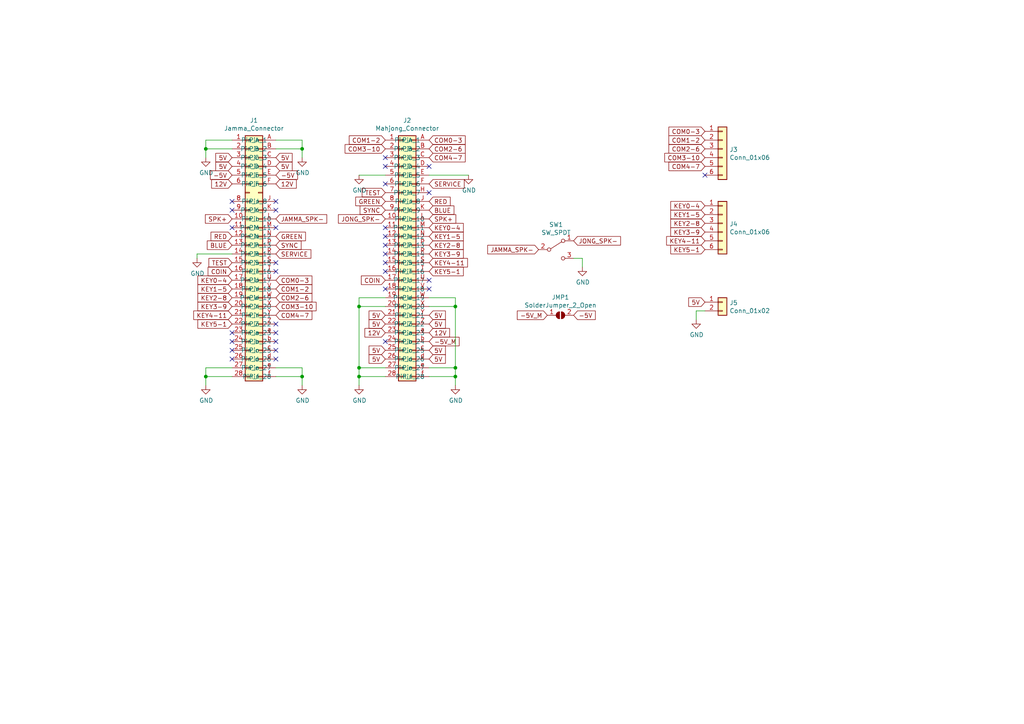
<source format=kicad_sch>
(kicad_sch (version 20211123) (generator eeschema)
  (paper "A4")
  (lib_symbols
    (symbol "Connector_Generic:Conn_01x02" (pin_names (offset 1.016) hide)
      (property "Reference" "J" (at 0 2.54 0))
      (property "Value" "Conn_01x02" (at 0 -5.08 0))
      (symbol "Conn_01x02_1_1"
        (rectangle (start -1.27 -2.413) (end 0 -2.667) (stroke (width 0.1524)))
        (rectangle (start -1.27 0.127) (end 0 -0.127) (stroke (width 0.1524)))
        (rectangle (start -1.27 1.27) (end 1.27 -3.81) (stroke (width 0.254)) (fill (type background)))
        (pin passive line (at -5.08 0 0) (length 3.81) (name "Pin_1") (number "1"))
        (pin passive line (at -5.08 -2.54 0) (length 3.81) (name "Pin_2") (number "2"))
      )
    )
    (symbol "Connector_Generic:Conn_01x06" (pin_names (offset 1.016) hide)
      (property "Reference" "J" (at 0 7.62 0))
      (property "Value" "Conn_01x06" (at 0 -10.16 0))
      (symbol "Conn_01x06_1_1"
        (rectangle (start -1.27 -7.493) (end 0 -7.747) (stroke (width 0.1524)))
        (rectangle (start -1.27 -4.953) (end 0 -5.207) (stroke (width 0.1524)))
        (rectangle (start -1.27 -2.413) (end 0 -2.667) (stroke (width 0.1524)))
        (rectangle (start -1.27 0.127) (end 0 -0.127) (stroke (width 0.1524)))
        (rectangle (start -1.27 2.667) (end 0 2.413) (stroke (width 0.1524)))
        (rectangle (start -1.27 5.207) (end 0 4.953) (stroke (width 0.1524)))
        (rectangle (start -1.27 6.35) (end 1.27 -8.89) (stroke (width 0.254)) (fill (type background)))
        (pin passive line (at -5.08 5.08 0) (length 3.81) (name "Pin_1") (number "1"))
        (pin passive line (at -5.08 2.54 0) (length 3.81) (name "Pin_2") (number "2"))
        (pin passive line (at -5.08 0 0) (length 3.81) (name "Pin_3") (number "3"))
        (pin passive line (at -5.08 -2.54 0) (length 3.81) (name "Pin_4") (number "4"))
        (pin passive line (at -5.08 -5.08 0) (length 3.81) (name "Pin_5") (number "5"))
        (pin passive line (at -5.08 -7.62 0) (length 3.81) (name "Pin_6") (number "6"))
      )
    )
    (symbol "Jumper:SolderJumper_2_Open" (pin_names (offset 0) hide)
      (property "Reference" "JP" (at 0 2.032 0))
      (property "Value" "SolderJumper_2_Open" (at 0 -2.54 0))
      (symbol "SolderJumper_2_Open_0_1"
        (arc (start -0.254 1.016) (mid -1.27 0) (end -0.254 -1.016))
        (arc (start -0.254 1.016) (mid -1.27 0) (end -0.254 -1.016) (fill (type outline)))
        (polyline (pts (xy -0.254 1.016) (xy -0.254 -1.016)))
        (polyline (pts (xy 0.254 1.016) (xy 0.254 -1.016)))
        (arc (start 0.254 -1.016) (mid 1.27 0) (end 0.254 1.016))
        (arc (start 0.254 -1.016) (mid 1.27 0) (end 0.254 1.016) (fill (type outline)))
      )
      (symbol "SolderJumper_2_Open_1_1"
        (pin passive line (at -3.81 0 0) (length 2.54) (name "A") (number "1"))
        (pin passive line (at 3.81 0 180) (length 2.54) (name "B") (number "2"))
      )
    )
    (symbol "Switch:SW_SPDT" (pin_names (offset 0) hide)
      (property "Reference" "SW" (at 0 4.318 0))
      (property "Value" "SW_SPDT" (at 0 -5.08 0))
      (symbol "SW_SPDT_0_0"
        (circle (center -2.032 0) (radius 0.508))
        (circle (center 2.032 -2.54) (radius 0.508))
      )
      (symbol "SW_SPDT_0_1"
        (polyline (pts (xy -1.524 0.254) (xy 1.651 2.286)))
        (circle (center 2.032 2.54) (radius 0.508))
      )
      (symbol "SW_SPDT_1_1"
        (pin passive line (at 5.08 2.54 180) (length 2.54) (name "A") (number "1"))
        (pin passive line (at -5.08 0 0) (length 2.54) (name "B") (number "2"))
        (pin passive line (at 5.08 -2.54 180) (length 2.54) (name "C") (number "3"))
      )
    )
    (symbol "jamma:Jamma_Connector" (pin_names (offset 1.016))
      (property "Reference" "J" (at 0 39.37 0))
      (property "Value" "Jamma_Connector" (at 0.635 37.465 0))
      (symbol "Jamma_Connector_1_1"
        (rectangle (start -2.54 -34.163) (end -1.27 -34.417) (stroke (width 0.1524)))
        (rectangle (start -2.54 -31.623) (end -1.27 -31.877) (stroke (width 0.1524)))
        (rectangle (start -2.54 -29.083) (end -1.27 -29.337) (stroke (width 0.1524)))
        (rectangle (start -2.54 -26.543) (end -1.27 -26.797) (stroke (width 0.1524)))
        (rectangle (start -2.54 -24.003) (end -1.27 -24.257) (stroke (width 0.1524)))
        (rectangle (start -2.54 -21.463) (end -1.27 -21.717) (stroke (width 0.1524)))
        (rectangle (start -2.54 -18.923) (end -1.27 -19.177) (stroke (width 0.1524)))
        (rectangle (start -2.54 -16.383) (end -1.27 -16.637) (stroke (width 0.1524)))
        (rectangle (start -2.54 -13.843) (end -1.27 -14.097) (stroke (width 0.1524)))
        (rectangle (start -2.54 -11.303) (end -1.27 -11.557) (stroke (width 0.1524)))
        (rectangle (start -2.54 -8.763) (end -1.27 -9.017) (stroke (width 0.1524)))
        (rectangle (start -2.54 -6.223) (end -1.27 -6.477) (stroke (width 0.1524)))
        (rectangle (start -2.54 -3.683) (end -1.27 -3.937) (stroke (width 0.1524)))
        (rectangle (start -2.54 -1.143) (end -1.27 -1.397) (stroke (width 0.1524)))
        (rectangle (start -2.54 1.397) (end -1.27 1.143) (stroke (width 0.1524)))
        (rectangle (start -2.54 3.937) (end -1.27 3.683) (stroke (width 0.1524)))
        (rectangle (start -2.54 6.477) (end -1.27 6.223) (stroke (width 0.1524)))
        (rectangle (start -2.54 9.017) (end -1.27 8.763) (stroke (width 0.1524)))
        (rectangle (start -2.54 11.557) (end -1.27 11.303) (stroke (width 0.1524)))
        (rectangle (start -2.54 14.097) (end -1.27 13.843) (stroke (width 0.1524)))
        (rectangle (start -2.54 16.637) (end -1.27 16.383) (stroke (width 0.1524)))
        (rectangle (start -2.54 19.177) (end -1.27 18.923) (stroke (width 0.1524)))
        (rectangle (start -2.54 21.717) (end -1.27 21.463) (stroke (width 0.1524)))
        (rectangle (start -2.54 24.257) (end -1.27 24.003) (stroke (width 0.1524)))
        (rectangle (start -2.54 26.797) (end -1.27 26.543) (stroke (width 0.1524)))
        (rectangle (start -2.54 29.337) (end -1.27 29.083) (stroke (width 0.1524)))
        (rectangle (start -2.54 31.877) (end -1.27 31.623) (stroke (width 0.1524)))
        (rectangle (start -2.54 34.417) (end -1.27 34.163) (stroke (width 0.1524)))
        (rectangle (start -2.54 35.56) (end 2.54 -35.56) (stroke (width 0.254)) (fill (type background)))
        (rectangle (start 2.54 -34.163) (end 1.27 -34.417) (stroke (width 0.1524)))
        (rectangle (start 2.54 -31.623) (end 1.27 -31.877) (stroke (width 0.1524)))
        (rectangle (start 2.54 -29.083) (end 1.27 -29.337) (stroke (width 0.1524)))
        (rectangle (start 2.54 -26.543) (end 1.27 -26.797) (stroke (width 0.1524)))
        (rectangle (start 2.54 -24.003) (end 1.27 -24.257) (stroke (width 0.1524)))
        (rectangle (start 2.54 -21.463) (end 1.27 -21.717) (stroke (width 0.1524)))
        (rectangle (start 2.54 -18.923) (end 1.27 -19.177) (stroke (width 0.1524)))
        (rectangle (start 2.54 -16.383) (end 1.27 -16.637) (stroke (width 0.1524)))
        (rectangle (start 2.54 -13.843) (end 1.27 -14.097) (stroke (width 0.1524)))
        (rectangle (start 2.54 -11.303) (end 1.27 -11.557) (stroke (width 0.1524)))
        (rectangle (start 2.54 -8.763) (end 1.27 -9.017) (stroke (width 0.1524)))
        (rectangle (start 2.54 -6.223) (end 1.27 -6.477) (stroke (width 0.1524)))
        (rectangle (start 2.54 -3.683) (end 1.27 -3.937) (stroke (width 0.1524)))
        (rectangle (start 2.54 -1.143) (end 1.27 -1.397) (stroke (width 0.1524)))
        (rectangle (start 2.54 1.397) (end 1.27 1.143) (stroke (width 0.1524)))
        (rectangle (start 2.54 3.937) (end 1.27 3.683) (stroke (width 0.1524)))
        (rectangle (start 2.54 6.477) (end 1.27 6.223) (stroke (width 0.1524)))
        (rectangle (start 2.54 9.017) (end 1.27 8.763) (stroke (width 0.1524)))
        (rectangle (start 2.54 11.557) (end 1.27 11.303) (stroke (width 0.1524)))
        (rectangle (start 2.54 14.097) (end 1.27 13.843) (stroke (width 0.1524)))
        (rectangle (start 2.54 16.637) (end 1.27 16.383) (stroke (width 0.1524)))
        (rectangle (start 2.54 19.177) (end 1.27 18.923) (stroke (width 0.1524)))
        (rectangle (start 2.54 21.717) (end 1.27 21.463) (stroke (width 0.1524)))
        (rectangle (start 2.54 24.257) (end 1.27 24.003) (stroke (width 0.1524)))
        (rectangle (start 2.54 26.797) (end 1.27 26.543) (stroke (width 0.1524)))
        (rectangle (start 2.54 29.337) (end 1.27 29.083) (stroke (width 0.1524)))
        (rectangle (start 2.54 31.877) (end 1.27 31.623) (stroke (width 0.1524)))
        (rectangle (start 2.54 34.417) (end 1.27 34.163) (stroke (width 0.1524)))
        (pin passive line (at -6.35 34.29 0) (length 3.81) (name "Pin_1") (number "1"))
        (pin passive line (at -6.35 11.43 0) (length 3.81) (name "Pin_10") (number "10"))
        (pin passive line (at -6.35 8.89 0) (length 3.81) (name "Pin_11") (number "11"))
        (pin passive line (at -6.35 6.35 0) (length 3.81) (name "Pin_12") (number "12"))
        (pin passive line (at -6.35 3.81 0) (length 3.81) (name "Pin_13") (number "13"))
        (pin passive line (at -6.35 1.27 0) (length 3.81) (name "Pin_14") (number "14"))
        (pin passive line (at -6.35 -1.27 0) (length 3.81) (name "Pin_15") (number "15"))
        (pin passive line (at -6.35 -3.81 0) (length 3.81) (name "Pin_16") (number "16"))
        (pin passive line (at -6.35 -6.35 0) (length 3.81) (name "Pin_17") (number "17"))
        (pin passive line (at -6.35 -8.89 0) (length 3.81) (name "Pin_18") (number "18"))
        (pin passive line (at -6.35 -11.43 0) (length 3.81) (name "Pin_19") (number "19"))
        (pin passive line (at -6.35 31.75 0) (length 3.81) (name "Pin_2") (number "2"))
        (pin passive line (at -6.35 -13.97 0) (length 3.81) (name "Pin_20") (number "20"))
        (pin passive line (at -6.35 -16.51 0) (length 3.81) (name "Pin_21") (number "21"))
        (pin passive line (at -6.35 -19.05 0) (length 3.81) (name "Pin_22") (number "22"))
        (pin passive line (at -6.35 -21.59 0) (length 3.81) (name "Pin_23") (number "23"))
        (pin passive line (at -6.35 -24.13 0) (length 3.81) (name "Pin_24") (number "24"))
        (pin passive line (at -6.35 -26.67 0) (length 3.81) (name "Pin_25") (number "25"))
        (pin passive line (at -6.35 -29.21 0) (length 3.81) (name "Pin_26") (number "26"))
        (pin passive line (at -6.35 -31.75 0) (length 3.81) (name "Pin_27") (number "27"))
        (pin passive line (at -6.35 -34.29 0) (length 3.81) (name "Pin_28") (number "28"))
        (pin passive line (at -6.35 29.21 0) (length 3.81) (name "Pin_3") (number "3"))
        (pin passive line (at -6.35 26.67 0) (length 3.81) (name "Pin_4") (number "4"))
        (pin passive line (at -6.35 24.13 0) (length 3.81) (name "Pin_5") (number "5"))
        (pin passive line (at -6.35 21.59 0) (length 3.81) (name "Pin_6") (number "6"))
        (pin passive line (at -6.35 16.51 0) (length 3.81) (name "Pin_8") (number "8"))
        (pin passive line (at -6.35 13.97 0) (length 3.81) (name "Pin_9") (number "9"))
        (pin passive line (at 6.35 34.29 180) (length 3.81) (name "Pin_A") (number "A"))
        (pin passive line (at 6.35 31.75 180) (length 3.81) (name "Pin_B") (number "B"))
        (pin passive line (at 6.35 29.21 180) (length 3.81) (name "Pin_C") (number "C"))
        (pin passive line (at 6.35 26.67 180) (length 3.81) (name "Pin_D") (number "D"))
        (pin passive line (at 6.35 24.13 180) (length 3.81) (name "Pin_E") (number "E"))
        (pin passive line (at 6.35 21.59 180) (length 3.81) (name "Pin_F") (number "F"))
        (pin passive line (at 6.35 16.51 180) (length 3.81) (name "Pin_J") (number "J"))
        (pin passive line (at 6.35 13.97 180) (length 3.81) (name "Pin_K") (number "K"))
        (pin passive line (at 6.35 11.43 180) (length 3.81) (name "Pin_L") (number "L"))
        (pin passive line (at 6.35 8.89 180) (length 3.81) (name "Pin_M") (number "M"))
        (pin passive line (at 6.35 6.35 180) (length 3.81) (name "Pin_N") (number "N"))
        (pin passive line (at 6.35 3.81 180) (length 3.81) (name "Pin_P") (number "P"))
        (pin passive line (at 6.35 1.27 180) (length 3.81) (name "Pin_R") (number "R"))
        (pin passive line (at 6.35 -1.27 180) (length 3.81) (name "Pin_S") (number "S"))
        (pin passive line (at 6.35 -3.81 180) (length 3.81) (name "Pin_T") (number "T"))
        (pin passive line (at 6.35 -6.35 180) (length 3.81) (name "Pin_U") (number "U"))
        (pin passive line (at 6.35 -8.89 180) (length 3.81) (name "Pin_V") (number "V"))
        (pin passive line (at 6.35 -11.43 180) (length 3.81) (name "Pin_W") (number "W"))
        (pin passive line (at 6.35 -13.97 180) (length 3.81) (name "Pin_X") (number "X"))
        (pin passive line (at 6.35 -16.51 180) (length 3.81) (name "Pin_Y") (number "Y"))
        (pin passive line (at 6.35 -19.05 180) (length 3.81) (name "Pin_Z") (number "Z"))
        (pin passive line (at 6.35 -21.59 180) (length 3.81) (name "Pin_a") (number "a"))
        (pin passive line (at 6.35 -24.13 180) (length 3.81) (name "Pin_b") (number "b"))
        (pin passive line (at 6.35 -26.67 180) (length 3.81) (name "Pin_c") (number "c"))
        (pin passive line (at 6.35 -29.21 180) (length 3.81) (name "Pin_d") (number "d"))
        (pin passive line (at 6.35 -31.75 180) (length 3.81) (name "Pin_e") (number "e"))
        (pin passive line (at 6.35 -34.29 180) (length 3.81) (name "Pin_f") (number "f"))
      )
    )
    (symbol "jamma:Mahjong_Connector" (pin_names (offset 1.016))
      (property "Reference" "J" (at 0 39.37 0))
      (property "Value" "Mahjong_Connector" (at 0.635 37.465 0))
      (symbol "Mahjong_Connector_1_1"
        (rectangle (start -2.54 -34.163) (end -1.27 -34.417) (stroke (width 0.1524)))
        (rectangle (start -2.54 -31.623) (end -1.27 -31.877) (stroke (width 0.1524)))
        (rectangle (start -2.54 -29.083) (end -1.27 -29.337) (stroke (width 0.1524)))
        (rectangle (start -2.54 -26.543) (end -1.27 -26.797) (stroke (width 0.1524)))
        (rectangle (start -2.54 -24.003) (end -1.27 -24.257) (stroke (width 0.1524)))
        (rectangle (start -2.54 -21.463) (end -1.27 -21.717) (stroke (width 0.1524)))
        (rectangle (start -2.54 -18.923) (end -1.27 -19.177) (stroke (width 0.1524)))
        (rectangle (start -2.54 -16.383) (end -1.27 -16.637) (stroke (width 0.1524)))
        (rectangle (start -2.54 -13.843) (end -1.27 -14.097) (stroke (width 0.1524)))
        (rectangle (start -2.54 -11.303) (end -1.27 -11.557) (stroke (width 0.1524)))
        (rectangle (start -2.54 -8.763) (end -1.27 -9.017) (stroke (width 0.1524)))
        (rectangle (start -2.54 -6.223) (end -1.27 -6.477) (stroke (width 0.1524)))
        (rectangle (start -2.54 -3.683) (end -1.27 -3.937) (stroke (width 0.1524)))
        (rectangle (start -2.54 -1.143) (end -1.27 -1.397) (stroke (width 0.1524)))
        (rectangle (start -2.54 1.397) (end -1.27 1.143) (stroke (width 0.1524)))
        (rectangle (start -2.54 3.937) (end -1.27 3.683) (stroke (width 0.1524)))
        (rectangle (start -2.54 6.477) (end -1.27 6.223) (stroke (width 0.1524)))
        (rectangle (start -2.54 9.017) (end -1.27 8.763) (stroke (width 0.1524)))
        (rectangle (start -2.54 11.557) (end -1.27 11.303) (stroke (width 0.1524)))
        (rectangle (start -2.54 14.097) (end -1.27 13.843) (stroke (width 0.1524)))
        (rectangle (start -2.54 16.637) (end -1.27 16.383) (stroke (width 0.1524)))
        (rectangle (start -2.54 19.177) (end -1.27 18.923) (stroke (width 0.1524)))
        (rectangle (start -2.54 21.717) (end -1.27 21.463) (stroke (width 0.1524)))
        (rectangle (start -2.54 24.257) (end -1.27 24.003) (stroke (width 0.1524)))
        (rectangle (start -2.54 26.797) (end -1.27 26.543) (stroke (width 0.1524)))
        (rectangle (start -2.54 29.337) (end -1.27 29.083) (stroke (width 0.1524)))
        (rectangle (start -2.54 31.877) (end -1.27 31.623) (stroke (width 0.1524)))
        (rectangle (start -2.54 34.417) (end -1.27 34.163) (stroke (width 0.1524)))
        (rectangle (start -2.54 35.56) (end 2.54 -35.56) (stroke (width 0.254)) (fill (type background)))
        (rectangle (start 2.54 -34.163) (end 1.27 -34.417) (stroke (width 0.1524)))
        (rectangle (start 2.54 -31.623) (end 1.27 -31.877) (stroke (width 0.1524)))
        (rectangle (start 2.54 -29.083) (end 1.27 -29.337) (stroke (width 0.1524)))
        (rectangle (start 2.54 -26.543) (end 1.27 -26.797) (stroke (width 0.1524)))
        (rectangle (start 2.54 -24.003) (end 1.27 -24.257) (stroke (width 0.1524)))
        (rectangle (start 2.54 -21.463) (end 1.27 -21.717) (stroke (width 0.1524)))
        (rectangle (start 2.54 -18.923) (end 1.27 -19.177) (stroke (width 0.1524)))
        (rectangle (start 2.54 -16.383) (end 1.27 -16.637) (stroke (width 0.1524)))
        (rectangle (start 2.54 -13.843) (end 1.27 -14.097) (stroke (width 0.1524)))
        (rectangle (start 2.54 -11.303) (end 1.27 -11.557) (stroke (width 0.1524)))
        (rectangle (start 2.54 -8.763) (end 1.27 -9.017) (stroke (width 0.1524)))
        (rectangle (start 2.54 -6.223) (end 1.27 -6.477) (stroke (width 0.1524)))
        (rectangle (start 2.54 -3.683) (end 1.27 -3.937) (stroke (width 0.1524)))
        (rectangle (start 2.54 -1.143) (end 1.27 -1.397) (stroke (width 0.1524)))
        (rectangle (start 2.54 1.397) (end 1.27 1.143) (stroke (width 0.1524)))
        (rectangle (start 2.54 3.937) (end 1.27 3.683) (stroke (width 0.1524)))
        (rectangle (start 2.54 6.477) (end 1.27 6.223) (stroke (width 0.1524)))
        (rectangle (start 2.54 9.017) (end 1.27 8.763) (stroke (width 0.1524)))
        (rectangle (start 2.54 11.557) (end 1.27 11.303) (stroke (width 0.1524)))
        (rectangle (start 2.54 14.097) (end 1.27 13.843) (stroke (width 0.1524)))
        (rectangle (start 2.54 16.637) (end 1.27 16.383) (stroke (width 0.1524)))
        (rectangle (start 2.54 19.177) (end 1.27 18.923) (stroke (width 0.1524)))
        (rectangle (start 2.54 21.717) (end 1.27 21.463) (stroke (width 0.1524)))
        (rectangle (start 2.54 24.257) (end 1.27 24.003) (stroke (width 0.1524)))
        (rectangle (start 2.54 26.797) (end 1.27 26.543) (stroke (width 0.1524)))
        (rectangle (start 2.54 29.337) (end 1.27 29.083) (stroke (width 0.1524)))
        (rectangle (start 2.54 31.877) (end 1.27 31.623) (stroke (width 0.1524)))
        (rectangle (start 2.54 34.417) (end 1.27 34.163) (stroke (width 0.1524)))
        (pin passive line (at -6.35 34.29 0) (length 3.81) (name "Pin_1") (number "1"))
        (pin passive line (at -6.35 11.43 0) (length 3.81) (name "Pin_10") (number "10"))
        (pin passive line (at -6.35 8.89 0) (length 3.81) (name "Pin_11") (number "11"))
        (pin passive line (at -6.35 6.35 0) (length 3.81) (name "Pin_12") (number "12"))
        (pin passive line (at -6.35 3.81 0) (length 3.81) (name "Pin_13") (number "13"))
        (pin passive line (at -6.35 1.27 0) (length 3.81) (name "Pin_14") (number "14"))
        (pin passive line (at -6.35 -1.27 0) (length 3.81) (name "Pin_15") (number "15"))
        (pin passive line (at -6.35 -3.81 0) (length 3.81) (name "Pin_16") (number "16"))
        (pin passive line (at -6.35 -6.35 0) (length 3.81) (name "Pin_17") (number "17"))
        (pin passive line (at -6.35 -8.89 0) (length 3.81) (name "Pin_18") (number "18"))
        (pin passive line (at -6.35 -11.43 0) (length 3.81) (name "Pin_19") (number "19"))
        (pin passive line (at -6.35 31.75 0) (length 3.81) (name "Pin_2") (number "2"))
        (pin passive line (at -6.35 -13.97 0) (length 3.81) (name "Pin_20") (number "20"))
        (pin passive line (at -6.35 -16.51 0) (length 3.81) (name "Pin_21") (number "21"))
        (pin passive line (at -6.35 -19.05 0) (length 3.81) (name "Pin_22") (number "22"))
        (pin passive line (at -6.35 -21.59 0) (length 3.81) (name "Pin_23") (number "23"))
        (pin passive line (at -6.35 -24.13 0) (length 3.81) (name "Pin_24") (number "24"))
        (pin passive line (at -6.35 -26.67 0) (length 3.81) (name "Pin_25") (number "25"))
        (pin passive line (at -6.35 -29.21 0) (length 3.81) (name "Pin_26") (number "26"))
        (pin passive line (at -6.35 -31.75 0) (length 3.81) (name "Pin_27") (number "27"))
        (pin passive line (at -6.35 -34.29 0) (length 3.81) (name "Pin_28") (number "28"))
        (pin passive line (at -6.35 29.21 0) (length 3.81) (name "Pin_3") (number "3"))
        (pin passive line (at -6.35 26.67 0) (length 3.81) (name "Pin_4") (number "4"))
        (pin passive line (at -6.35 24.13 0) (length 3.81) (name "Pin_5") (number "5"))
        (pin passive line (at -6.35 21.59 0) (length 3.81) (name "Pin_6") (number "6"))
        (pin passive line (at -6.35 19.05 0) (length 3.81) (name "Pin_7") (number "7"))
        (pin passive line (at -6.35 16.51 0) (length 3.81) (name "Pin_8") (number "8"))
        (pin passive line (at -6.35 13.97 0) (length 3.81) (name "Pin_9") (number "9"))
        (pin passive line (at 6.35 34.29 180) (length 3.81) (name "Pin_A") (number "A"))
        (pin passive line (at 6.35 31.75 180) (length 3.81) (name "Pin_B") (number "B"))
        (pin passive line (at 6.35 29.21 180) (length 3.81) (name "Pin_C") (number "C"))
        (pin passive line (at 6.35 26.67 180) (length 3.81) (name "Pin_D") (number "D"))
        (pin passive line (at 6.35 24.13 180) (length 3.81) (name "Pin_E") (number "E"))
        (pin passive line (at 6.35 21.59 180) (length 3.81) (name "Pin_F") (number "F"))
        (pin passive line (at 6.35 19.05 180) (length 3.81) (name "Pin_H") (number "H"))
        (pin passive line (at 6.35 16.51 180) (length 3.81) (name "Pin_J") (number "J"))
        (pin passive line (at 6.35 13.97 180) (length 3.81) (name "Pin_K") (number "K"))
        (pin passive line (at 6.35 11.43 180) (length 3.81) (name "Pin_L") (number "L"))
        (pin passive line (at 6.35 8.89 180) (length 3.81) (name "Pin_M") (number "M"))
        (pin passive line (at 6.35 6.35 180) (length 3.81) (name "Pin_N") (number "N"))
        (pin passive line (at 6.35 3.81 180) (length 3.81) (name "Pin_P") (number "P"))
        (pin passive line (at 6.35 1.27 180) (length 3.81) (name "Pin_R") (number "R"))
        (pin passive line (at 6.35 -1.27 180) (length 3.81) (name "Pin_S") (number "S"))
        (pin passive line (at 6.35 -3.81 180) (length 3.81) (name "Pin_T") (number "T"))
        (pin passive line (at 6.35 -6.35 180) (length 3.81) (name "Pin_U") (number "U"))
        (pin passive line (at 6.35 -8.89 180) (length 3.81) (name "Pin_V") (number "V"))
        (pin passive line (at 6.35 -11.43 180) (length 3.81) (name "Pin_W") (number "W"))
        (pin passive line (at 6.35 -13.97 180) (length 3.81) (name "Pin_X") (number "X"))
        (pin passive line (at 6.35 -16.51 180) (length 3.81) (name "Pin_Y") (number "Y"))
        (pin passive line (at 6.35 -19.05 180) (length 3.81) (name "Pin_Z") (number "Z"))
        (pin passive line (at 6.35 -21.59 180) (length 3.81) (name "Pin_a") (number "a"))
        (pin passive line (at 6.35 -24.13 180) (length 3.81) (name "Pin_b") (number "b"))
        (pin passive line (at 6.35 -26.67 180) (length 3.81) (name "Pin_c") (number "c"))
        (pin passive line (at 6.35 -29.21 180) (length 3.81) (name "Pin_d") (number "d"))
        (pin passive line (at 6.35 -31.75 180) (length 3.81) (name "Pin_e") (number "e"))
        (pin passive line (at 6.35 -34.29 180) (length 3.81) (name "Pin_f") (number "f"))
      )
    )
    (symbol "power:GND" (power) (pin_names (offset 0))
      (property "Value" "GND" (at 0 -3.81 0))
      (symbol "GND_0_1"
        (polyline (pts (xy 0 0) (xy 0 -1.27) (xy 1.27 -1.27) (xy 0 -2.54) (xy -1.27 -1.27) (xy 0 -1.27)))
      )
      (symbol "GND_1_1"
        (pin power_in line (at 0 0 270) (length 0) hide (name "GND") (number "1"))
      )
    )
  )
  (junction (at 104.14 106.68))
  (junction (at 132.08 88.9))
  (junction (at 132.08 106.68))
  (junction (at 59.69 43.18))
  (junction (at 59.69 109.22))
  (junction (at 87.63 43.18))
  (junction (at 104.14 109.22))
  (junction (at 87.63 109.22))
  (junction (at 132.08 109.22))
  (junction (at 104.14 88.9))
  (no_connect (at 67.31 104.14))
  (no_connect (at 111.76 45.72))
  (no_connect (at 111.76 83.82))
  (no_connect (at 67.31 60.96))
  (no_connect (at 80.01 101.6))
  (no_connect (at 111.76 48.26))
  (no_connect (at 124.46 83.82))
  (no_connect (at 111.76 78.74))
  (no_connect (at 80.01 96.52))
  (no_connect (at 67.31 96.52))
  (no_connect (at 204.47 50.8))
  (no_connect (at 80.01 60.96))
  (no_connect (at 80.01 76.2))
  (no_connect (at 80.01 58.42))
  (no_connect (at 67.31 99.06))
  (no_connect (at 80.01 104.14))
  (no_connect (at 80.01 66.04))
  (no_connect (at 80.01 93.98))
  (no_connect (at 124.46 81.28))
  (no_connect (at 80.01 78.74))
  (no_connect (at 124.46 55.88))
  (no_connect (at 67.31 58.42))
  (no_connect (at 80.01 99.06))
  (no_connect (at 111.76 76.2))
  (no_connect (at 111.76 73.66))
  (no_connect (at 67.31 101.6))
  (no_connect (at 111.76 68.58))
  (no_connect (at 111.76 53.34))
  (no_connect (at 124.46 48.26))
  (no_connect (at 111.76 66.04))
  (no_connect (at 111.76 99.06))
  (no_connect (at 111.76 71.12))
  (no_connect (at 67.31 66.04))
  (wire (pts (xy 59.69 43.18) (xy 59.69 45.72)))
  (wire (pts (xy 124.46 50.8) (xy 135.89 50.8)))
  (wire (pts (xy 59.69 109.22) (xy 59.69 111.76)))
  (wire (pts (xy 124.46 88.9) (xy 132.08 88.9)))
  (wire (pts (xy 59.69 40.64) (xy 67.31 40.64)))
  (wire (pts (xy 132.08 88.9) (xy 132.08 106.68)))
  (wire (pts (xy 59.69 43.18) (xy 59.69 40.64)))
  (wire (pts (xy 111.76 86.36) (xy 104.14 86.36)))
  (wire (pts (xy 132.08 86.36) (xy 132.08 88.9)))
  (wire (pts (xy 59.69 109.22) (xy 59.69 106.68)))
  (wire (pts (xy 166.37 74.93) (xy 168.91 74.93)))
  (wire (pts (xy 67.31 109.22) (xy 59.69 109.22)))
  (wire (pts (xy 104.14 109.22) (xy 104.14 106.68)))
  (wire (pts (xy 87.63 109.22) (xy 87.63 111.76)))
  (wire (pts (xy 111.76 109.22) (xy 104.14 109.22)))
  (wire (pts (xy 67.31 73.66) (xy 57.15 73.66)))
  (wire (pts (xy 124.46 106.68) (xy 132.08 106.68)))
  (wire (pts (xy 57.15 73.66) (xy 57.15 74.93)))
  (wire (pts (xy 124.46 86.36) (xy 132.08 86.36)))
  (wire (pts (xy 67.31 43.18) (xy 59.69 43.18)))
  (wire (pts (xy 111.76 88.9) (xy 104.14 88.9)))
  (wire (pts (xy 111.76 50.8) (xy 104.14 50.8)))
  (wire (pts (xy 87.63 106.68) (xy 87.63 109.22)))
  (wire (pts (xy 80.01 40.64) (xy 87.63 40.64)))
  (wire (pts (xy 104.14 86.36) (xy 104.14 88.9)))
  (wire (pts (xy 201.93 90.17) (xy 204.47 90.17)))
  (wire (pts (xy 80.01 106.68) (xy 87.63 106.68)))
  (wire (pts (xy 104.14 106.68) (xy 111.76 106.68)))
  (wire (pts (xy 80.01 109.22) (xy 87.63 109.22)))
  (wire (pts (xy 87.63 43.18) (xy 87.63 45.72)))
  (wire (pts (xy 104.14 109.22) (xy 104.14 111.76)))
  (wire (pts (xy 87.63 40.64) (xy 87.63 43.18)))
  (wire (pts (xy 201.93 92.71) (xy 201.93 90.17)))
  (wire (pts (xy 124.46 109.22) (xy 132.08 109.22)))
  (wire (pts (xy 80.01 43.18) (xy 87.63 43.18)))
  (wire (pts (xy 104.14 88.9) (xy 104.14 106.68)))
  (wire (pts (xy 132.08 109.22) (xy 132.08 111.76)))
  (wire (pts (xy 168.91 74.93) (xy 168.91 77.47)))
  (wire (pts (xy 132.08 106.68) (xy 132.08 109.22)))
  (wire (pts (xy 59.69 106.68) (xy 67.31 106.68)))
  (global_label "COM1-2" (shape input) (at 80.01 83.82 0) (property "Intersheet References" "${INTERSHEET_REFS}" (effects hide)))
  (global_label "KEY1-5" (shape input) (at 67.31 83.82 180) (property "Intersheet References" "${INTERSHEET_REFS}" (effects hide)))
  (global_label "KEY3-9" (shape input) (at 67.31 88.9 180) (property "Intersheet References" "${INTERSHEET_REFS}" (effects hide)))
  (global_label "KEY3-9" (shape input) (at 204.47 67.31 180) (property "Intersheet References" "${INTERSHEET_REFS}" (effects hide)))
  (global_label "COM3-10" (shape input) (at 111.76 43.18 180) (property "Intersheet References" "${INTERSHEET_REFS}" (effects hide)))
  (global_label "GREEN" (shape input) (at 111.76 58.42 180) (property "Intersheet References" "${INTERSHEET_REFS}" (effects hide)))
  (global_label "JONG_SPK-" (shape input) (at 166.37 69.85 0) (property "Intersheet References" "${INTERSHEET_REFS}" (effects hide)))
  (global_label "KEY5-1" (shape input) (at 67.31 93.98 180) (property "Intersheet References" "${INTERSHEET_REFS}" (effects hide)))
  (global_label "5V" (shape input) (at 80.01 45.72 0) (property "Intersheet References" "${INTERSHEET_REFS}" (effects hide)))
  (global_label "5V" (shape input) (at 111.76 104.14 180) (property "Intersheet References" "${INTERSHEET_REFS}" (effects hide)))
  (global_label "KEY5-1" (shape input) (at 124.46 78.74 0) (property "Intersheet References" "${INTERSHEET_REFS}" (effects hide)))
  (global_label "5V" (shape input) (at 204.47 87.63 180) (property "Intersheet References" "${INTERSHEET_REFS}" (effects hide)))
  (global_label "5V" (shape input) (at 111.76 93.98 180) (property "Intersheet References" "${INTERSHEET_REFS}" (effects hide)))
  (global_label "COM0-3" (shape input) (at 124.46 40.64 0) (property "Intersheet References" "${INTERSHEET_REFS}" (effects hide)))
  (global_label "COM4-7" (shape input) (at 124.46 45.72 0) (property "Intersheet References" "${INTERSHEET_REFS}" (effects hide)))
  (global_label "SYNC" (shape input) (at 80.01 71.12 0) (property "Intersheet References" "${INTERSHEET_REFS}" (effects hide)))
  (global_label "COM0-3" (shape input) (at 80.01 81.28 0) (property "Intersheet References" "${INTERSHEET_REFS}" (effects hide)))
  (global_label "5V" (shape input) (at 124.46 91.44 0) (property "Intersheet References" "${INTERSHEET_REFS}" (effects hide)))
  (global_label "SPK+" (shape input) (at 124.46 63.5 0) (property "Intersheet References" "${INTERSHEET_REFS}" (effects hide)))
  (global_label "GREEN" (shape input) (at 80.01 68.58 0) (property "Intersheet References" "${INTERSHEET_REFS}" (effects hide)))
  (global_label "SERVICE" (shape input) (at 124.46 53.34 0) (property "Intersheet References" "${INTERSHEET_REFS}" (effects hide)))
  (global_label "-5V" (shape input) (at 67.31 50.8 180) (property "Intersheet References" "${INTERSHEET_REFS}" (effects hide)))
  (global_label "5V" (shape input) (at 80.01 48.26 0) (property "Intersheet References" "${INTERSHEET_REFS}" (effects hide)))
  (global_label "RED" (shape input) (at 67.31 68.58 180) (property "Intersheet References" "${INTERSHEET_REFS}" (effects hide)))
  (global_label "SERVICE" (shape input) (at 80.01 73.66 0) (property "Intersheet References" "${INTERSHEET_REFS}" (effects hide)))
  (global_label "5V" (shape input) (at 111.76 91.44 180) (property "Intersheet References" "${INTERSHEET_REFS}" (effects hide)))
  (global_label "TEST" (shape input) (at 67.31 76.2 180) (property "Intersheet References" "${INTERSHEET_REFS}" (effects hide)))
  (global_label "RED" (shape input) (at 124.46 58.42 0) (property "Intersheet References" "${INTERSHEET_REFS}" (effects hide)))
  (global_label "-5V" (shape input) (at 166.37 91.44 0) (property "Intersheet References" "${INTERSHEET_REFS}" (effects hide)))
  (global_label "SPK+" (shape input) (at 67.31 63.5 180) (property "Intersheet References" "${INTERSHEET_REFS}" (effects hide)))
  (global_label "JONG_SPK-" (shape input) (at 111.76 63.5 180) (property "Intersheet References" "${INTERSHEET_REFS}" (effects hide)))
  (global_label "SYNC" (shape input) (at 111.76 60.96 180) (property "Intersheet References" "${INTERSHEET_REFS}" (effects hide)))
  (global_label "COM4-7" (shape input) (at 204.47 48.26 180) (property "Intersheet References" "${INTERSHEET_REFS}" (effects hide)))
  (global_label "COM2-6" (shape input) (at 124.46 43.18 0) (property "Intersheet References" "${INTERSHEET_REFS}" (effects hide)))
  (global_label "COM2-6" (shape input) (at 204.47 43.18 180) (property "Intersheet References" "${INTERSHEET_REFS}" (effects hide)))
  (global_label "5V" (shape input) (at 124.46 101.6 0) (property "Intersheet References" "${INTERSHEET_REFS}" (effects hide)))
  (global_label "JAMMA_SPK-" (shape input) (at 80.01 63.5 0) (property "Intersheet References" "${INTERSHEET_REFS}" (effects hide)))
  (global_label "KEY1-5" (shape input) (at 124.46 68.58 0) (property "Intersheet References" "${INTERSHEET_REFS}" (effects hide)))
  (global_label "KEY2-8" (shape input) (at 124.46 71.12 0) (property "Intersheet References" "${INTERSHEET_REFS}" (effects hide)))
  (global_label "KEY4-11" (shape input) (at 204.47 69.85 180) (property "Intersheet References" "${INTERSHEET_REFS}" (effects hide)))
  (global_label "-5V" (shape input) (at 80.01 50.8 0) (property "Intersheet References" "${INTERSHEET_REFS}" (effects hide)))
  (global_label "12V" (shape input) (at 111.76 96.52 180) (property "Intersheet References" "${INTERSHEET_REFS}" (effects hide)))
  (global_label "KEY4-11" (shape input) (at 67.31 91.44 180) (property "Intersheet References" "${INTERSHEET_REFS}" (effects hide)))
  (global_label "12V" (shape input) (at 80.01 53.34 0) (property "Intersheet References" "${INTERSHEET_REFS}" (effects hide)))
  (global_label "COM3-10" (shape input) (at 80.01 88.9 0) (property "Intersheet References" "${INTERSHEET_REFS}" (effects hide)))
  (global_label "TEST" (shape input) (at 111.76 55.88 180) (property "Intersheet References" "${INTERSHEET_REFS}" (effects hide)))
  (global_label "KEY4-11" (shape input) (at 124.46 76.2 0) (property "Intersheet References" "${INTERSHEET_REFS}" (effects hide)))
  (global_label "KEY0-4" (shape input) (at 204.47 59.69 180) (property "Intersheet References" "${INTERSHEET_REFS}" (effects hide)))
  (global_label "12V" (shape input) (at 67.31 53.34 180) (property "Intersheet References" "${INTERSHEET_REFS}" (effects hide)))
  (global_label "COM4-7" (shape input) (at 80.01 91.44 0) (property "Intersheet References" "${INTERSHEET_REFS}" (effects hide)))
  (global_label "5V" (shape input) (at 124.46 93.98 0) (property "Intersheet References" "${INTERSHEET_REFS}" (effects hide)))
  (global_label "KEY0-4" (shape input) (at 67.31 81.28 180) (property "Intersheet References" "${INTERSHEET_REFS}" (effects hide)))
  (global_label "-5V_M" (shape input) (at 124.46 99.06 0) (property "Intersheet References" "${INTERSHEET_REFS}" (effects hide)))
  (global_label "KEY5-1" (shape input) (at 204.47 72.39 180) (property "Intersheet References" "${INTERSHEET_REFS}" (effects hide)))
  (global_label "KEY2-8" (shape input) (at 67.31 86.36 180) (property "Intersheet References" "${INTERSHEET_REFS}" (effects hide)))
  (global_label "BLUE" (shape input) (at 124.46 60.96 0) (property "Intersheet References" "${INTERSHEET_REFS}" (effects hide)))
  (global_label "KEY1-5" (shape input) (at 204.47 62.23 180) (property "Intersheet References" "${INTERSHEET_REFS}" (effects hide)))
  (global_label "5V" (shape input) (at 67.31 45.72 180) (property "Intersheet References" "${INTERSHEET_REFS}" (effects hide)))
  (global_label "5V" (shape input) (at 124.46 104.14 0) (property "Intersheet References" "${INTERSHEET_REFS}" (effects hide)))
  (global_label "5V" (shape input) (at 67.31 48.26 180) (property "Intersheet References" "${INTERSHEET_REFS}" (effects hide)))
  (global_label "BLUE" (shape input) (at 67.31 71.12 180) (property "Intersheet References" "${INTERSHEET_REFS}" (effects hide)))
  (global_label "COIN" (shape input) (at 111.76 81.28 180) (property "Intersheet References" "${INTERSHEET_REFS}" (effects hide)))
  (global_label "KEY3-9" (shape input) (at 124.46 73.66 0) (property "Intersheet References" "${INTERSHEET_REFS}" (effects hide)))
  (global_label "KEY2-8" (shape input) (at 204.47 64.77 180) (property "Intersheet References" "${INTERSHEET_REFS}" (effects hide)))
  (global_label "COIN" (shape input) (at 67.31 78.74 180) (property "Intersheet References" "${INTERSHEET_REFS}" (effects hide)))
  (global_label "KEY0-4" (shape input) (at 124.46 66.04 0) (property "Intersheet References" "${INTERSHEET_REFS}" (effects hide)))
  (global_label "5V" (shape input) (at 111.76 101.6 180) (property "Intersheet References" "${INTERSHEET_REFS}" (effects hide)))
  (global_label "JAMMA_SPK-" (shape input) (at 156.21 72.39 180) (property "Intersheet References" "${INTERSHEET_REFS}" (effects hide)))
  (global_label "COM3-10" (shape input) (at 204.47 45.72 180) (property "Intersheet References" "${INTERSHEET_REFS}" (effects hide)))
  (global_label "12V" (shape input) (at 124.46 96.52 0) (property "Intersheet References" "${INTERSHEET_REFS}" (effects hide)))
  (global_label "COM1-2" (shape input) (at 204.47 40.64 180) (property "Intersheet References" "${INTERSHEET_REFS}" (effects hide)))
  (global_label "COM0-3" (shape input) (at 204.47 38.1 180) (property "Intersheet References" "${INTERSHEET_REFS}" (effects hide)))
  (global_label "-5V_M" (shape input) (at 158.75 91.44 180) (property "Intersheet References" "${INTERSHEET_REFS}" (effects hide)))
  (global_label "COM2-6" (shape input) (at 80.01 86.36 0) (property "Intersheet References" "${INTERSHEET_REFS}" (effects hide)))
  (global_label "COM1-2" (shape input) (at 111.76 40.64 180) (property "Intersheet References" "${INTERSHEET_REFS}" (effects hide)))
  (symbol (lib_id "power:GND") (at 87.63 45.72 0) (unit 1)
    (property "Reference" "#PWR0101" (effects hide))
    (property "Value" "GND" (at 87.757 50.1142 0))
  )
  (symbol (lib_id "power:GND") (at 59.69 45.72 0) (unit 1)
    (property "Reference" "#PWR0102" (effects hide))
    (property "Value" "GND" (at 59.817 50.1142 0))
  )
  (symbol (lib_id "power:GND") (at 87.63 111.76 0) (unit 1)
    (property "Reference" "#PWR0103" (effects hide))
    (property "Value" "GND" (at 87.757 116.1542 0))
  )
  (symbol (lib_id "power:GND") (at 59.69 111.76 0) (unit 1)
    (property "Reference" "#PWR0104" (effects hide))
    (property "Value" "GND" (at 59.817 116.1542 0))
  )
  (symbol (lib_id "power:GND") (at 132.08 111.76 0) (unit 1)
    (property "Reference" "#PWR0105" (effects hide))
    (property "Value" "GND" (at 132.207 116.1542 0))
  )
  (symbol (lib_id "power:GND") (at 104.14 111.76 0) (unit 1)
    (property "Reference" "#PWR0106" (effects hide))
    (property "Value" "GND" (at 104.267 116.1542 0))
  )
  (symbol (lib_id "power:GND") (at 135.89 50.8 0) (unit 1)
    (property "Reference" "#PWR0107" (effects hide))
    (property "Value" "GND" (at 136.017 55.1942 0))
  )
  (symbol (lib_id "power:GND") (at 104.14 50.8 0) (unit 1)
    (property "Reference" "#PWR0108" (effects hide))
    (property "Value" "GND" (at 104.267 55.1942 0))
  )
  (symbol (lib_id "jamma:Jamma_Connector") (at 73.66 74.93 0) (unit 1)
    (property "Reference" "J1" (at 73.66 34.925 0))
    (property "Value" "Jamma_Connector" (at 73.66 37.2364 0))
    (property "Footprint" "jamma:JAMMA-56" (effects hide))
  )
  (symbol (lib_id "jamma:Mahjong_Connector") (at 118.11 74.93 0) (unit 1)
    (property "Reference" "J2" (at 118.11 34.925 0))
    (property "Value" "Mahjong_Connector" (at 118.11 37.2364 0))
    (property "Footprint" "jamma:MAHJONG-56" (effects hide))
  )
  (symbol (lib_id "power:GND") (at 201.93 92.71 0) (unit 1)
    (property "Reference" "#PWR0109" (effects hide))
    (property "Value" "GND" (at 202.057 97.1042 0))
  )
  (symbol (lib_id "power:GND") (at 57.15 74.93 0) (unit 1)
    (property "Reference" "#PWR0110" (effects hide))
    (property "Value" "GND" (at 57.277 79.3242 0))
  )
  (symbol (lib_id "Jumper:SolderJumper_2_Open") (at 162.56 91.44 0) (unit 1)
    (property "Reference" "JMP1" (at 162.56 86.233 0))
    (property "Value" "SolderJumper_2_Open" (at 162.56 88.5444 0))
    (property "Footprint" "Resistor_SMD:R_0805_2012Metric_Pad1.20x1.40mm_HandSolder" (effects hide))
  )
  (symbol (lib_id "Switch:SW_SPDT") (at 161.29 72.39 0) (unit 1)
    (property "Reference" "SW1" (at 161.29 65.151 0))
    (property "Value" "SW_SPDT" (at 161.29 67.4624 0))
    (property "Footprint" "SPDT:A101SYCQ04" (effects hide))
  )
  (symbol (lib_id "power:GND") (at 168.91 77.47 0) (unit 1)
    (property "Reference" "#PWR0111" (effects hide))
    (property "Value" "GND" (at 169.037 81.8642 0))
  )
  (symbol (lib_id "Connector_Generic:Conn_01x06") (at 209.55 43.18 0) (unit 1)
    (property "Reference" "J3" (at 211.582 43.3832 0) (effects (justify left)))
    (property "Value" "Conn_01x06" (at 211.582 45.6946 0) (effects (justify left)))
    (property "Footprint" "Connector_JST:JST_EH_B6B-EH-A_1x06_P2.50mm_Vertical" (effects hide))
  )
  (symbol (lib_id "Connector_Generic:Conn_01x06") (at 209.55 64.77 0) (unit 1)
    (property "Reference" "J4" (at 211.582 64.9732 0) (effects (justify left)))
    (property "Value" "Conn_01x06" (at 211.582 67.2846 0) (effects (justify left)))
    (property "Footprint" "Connector_JST:JST_EH_B6B-EH-A_1x06_P2.50mm_Vertical" (effects hide))
  )
  (symbol (lib_id "Connector_Generic:Conn_01x02") (at 209.55 87.63 0) (unit 1)
    (property "Reference" "J5" (at 211.582 87.8332 0) (effects (justify left)))
    (property "Value" "Conn_01x02" (at 211.582 90.1446 0) (effects (justify left)))
    (property "Footprint" "Connector_JST:JST_EH_B2B-EH-A_1x02_P2.50mm_Vertical" (effects hide))
  )
)
</source>
